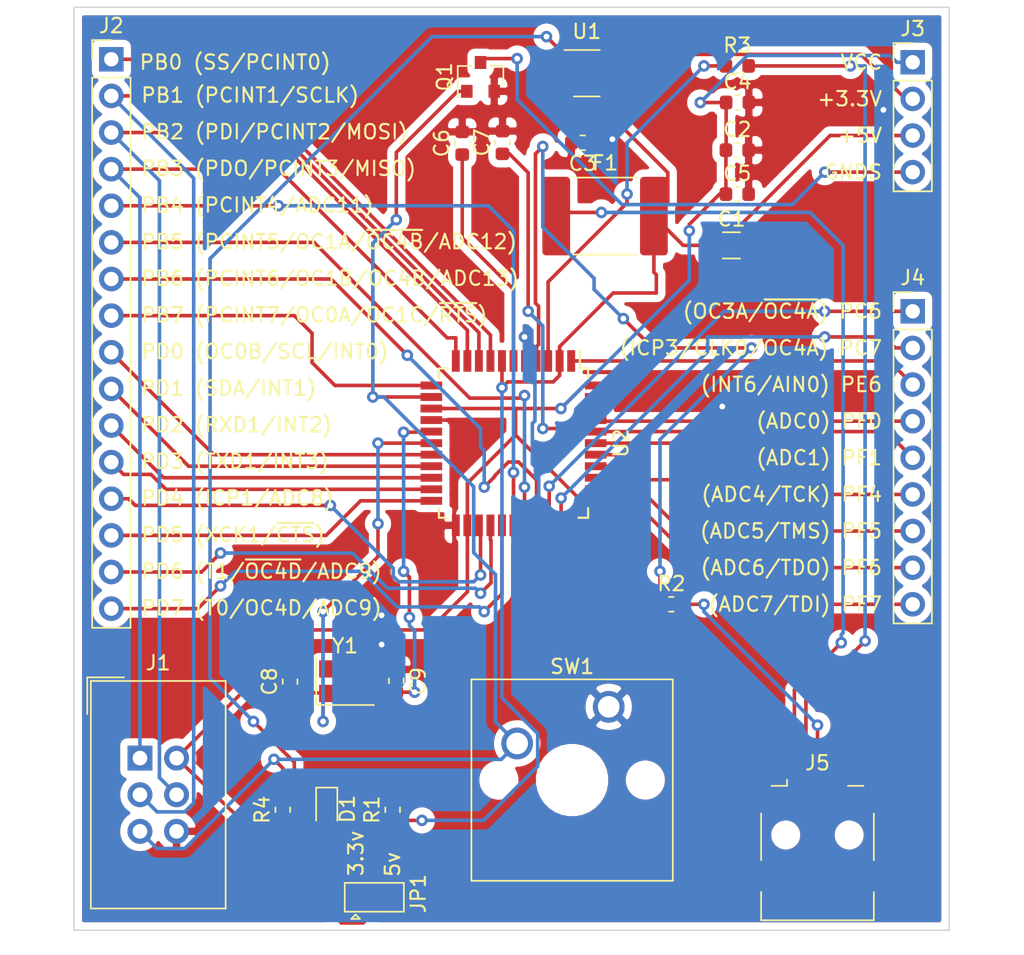
<source format=kicad_pcb>
(kicad_pcb (version 20171130) (host pcbnew "(5.1.5-0-10_14)")
  (layers (0 F.Cu signal) (31 B.Cu signal) (34 B.Paste user) (35 F.Paste user) (36 B.SilkS user) (37 F.SilkS user) (38 B.Mask user) (39 F.Mask user) (44 Edge.Cuts user))
  (net 0 "")
  (net 1 +5V)
  (net 2 GND)
  (net 3 VCC)
  (net 4 +3V3)
  (net 5 /UCAP)
  (net 6 /AREF)
  (net 7 "Net-(C8-Pad1)")
  (net 8 "Net-(C9-Pad1)")
  (net 9 "Net-(D1-Pad2)")
  (net 10 "Net-(F1-Pad1)")
  (net 11 /MISO)
  (net 12 /SCK)
  (net 13 /MOSI)
  (net 14 /RESET)
  (net 15 /PB0)
  (net 16 /PB4)
  (net 17 /PB5)
  (net 18 /PB6)
  (net 19 /PB7)
  (net 20 /PD0)
  (net 21 /PD1)
  (net 22 /PD2)
  (net 23 /PD3)
  (net 24 /PD4)
  (net 25 /PD5)
  (net 26 /PD6)
  (net 27 /PD7)
  (net 28 GNDS)
  (net 29 /PC6)
  (net 30 /PC7)
  (net 31 /PE6)
  (net 32 /PF0)
  (net 33 /PF1)
  (net 34 /PF4)
  (net 35 /PF5)
  (net 36 /PF6)
  (net 37 /PF7)
  (net 38 "Net-(J5-Pad2)")
  (net 39 "Net-(J5-Pad3)")
  (net 40 "Net-(J5-Pad6)")
  (net 41 "Net-(R2-Pad1)")
  (net 42 "Net-(R3-Pad1)")
  (module Resistor_SMD:R_0603_1608Metric (layer F.Cu) (at 114.808 133.8835 90)
    (fp_text reference R4 (at 0 -1.43 90) (layer F.SilkS))
    (fp_text value 10k)
    (pad 2 smd roundrect (at 0.7875 0 90) (size 0.875 0.95) (layers F.Cu F.Paste F.Mask) (net 14 /RESET))
    (pad 1 smd roundrect (at -0.7875 0 90) (size 0.875 0.95) (layers F.Cu F.Paste F.Mask) (net 3 VCC))
  )
  (module Capacitor_SMD:C_1206_3216Metric (layer F.Cu) (at 145.926 94.742)
    (fp_text reference C1 (at 0 -1.82) (layer F.SilkS))
    (fp_text value 10uF)
    (pad 1 smd roundrect (at -1.4 0) (size 1.25 1.75) (layers F.Cu F.Paste F.Mask) (roundrect_rratio 0.2) (net 1 +5V))
    (pad 2 smd roundrect (at 1.4 0) (size 1.25 1.75) (layers F.Cu F.Paste F.Mask) (roundrect_rratio 0.2) (net 2 GND))
  )
  (module Capacitor_SMD:C_0603_1608Metric (layer F.Cu) (at 146.3295 88.138)
    (fp_text reference C2 (at 0 -1.43) (layer F.SilkS))
    (fp_text value 0.1uF)
    (pad 2 smd roundrect (at 0.7875 0) (size 0.875 0.95) (layers F.Cu F.Paste F.Mask) (net 2 GND))
    (pad 1 smd roundrect (at -0.7875 0) (size 0.875 0.95) (layers F.Cu F.Paste F.Mask) (net 3 VCC))
  )
  (module Capacitor_SMD:C_0603_1608Metric (layer F.Cu) (at 135.6105 87.63 180)
    (fp_text reference C3 (at 0 -1.43) (layer F.SilkS))
    (fp_text value 1uF)
    (pad 1 smd roundrect (at -0.7875 0 180) (size 0.875 0.95) (layers F.Cu F.Paste F.Mask) (net 4 +3V3))
    (pad 2 smd roundrect (at 0.7875 0 180) (size 0.875 0.95) (layers F.Cu F.Paste F.Mask) (net 2 GND))
  )
  (module Capacitor_SMD:C_0603_1608Metric (layer F.Cu) (at 146.345001 84.829001)
    (fp_text reference C4 (at 0 -1.43) (layer F.SilkS))
    (fp_text value 0.1uF)
    (pad 1 smd roundrect (at -0.7875 0) (size 0.875 0.95) (layers F.Cu F.Paste F.Mask) (net 3 VCC))
    (pad 2 smd roundrect (at 0.7875 0) (size 0.875 0.95) (layers F.Cu F.Paste F.Mask) (net 2 GND))
  )
  (module Capacitor_SMD:C_0603_1608Metric (layer F.Cu) (at 146.3295 91.186)
    (fp_text reference C5 (at 0 -1.43) (layer F.SilkS))
    (fp_text value 0.1uF)
    (pad 2 smd roundrect (at 0.7875 0) (size 0.875 0.95) (layers F.Cu F.Paste F.Mask) (net 2 GND))
    (pad 1 smd roundrect (at -0.7875 0) (size 0.875 0.95) (layers F.Cu F.Paste F.Mask) (net 3 VCC))
  )
  (module Capacitor_SMD:C_0603_1608Metric (layer F.Cu) (at 127.254 87.6555 90)
    (fp_text reference C6 (at 0 -1.43 90) (layer F.SilkS))
    (fp_text value 1uF)
    (pad 1 smd roundrect (at -0.7875 0 90) (size 0.875 0.95) (layers F.Cu F.Paste F.Mask) (net 5 /UCAP))
    (pad 2 smd roundrect (at 0.7875 0 90) (size 0.875 0.95) (layers F.Cu F.Paste F.Mask) (net 2 GND))
  )
  (module Capacitor_SMD:C_0603_1608Metric (layer F.Cu) (at 130.048 87.6045 90)
    (fp_text reference C7 (at 0 -1.43 90) (layer F.SilkS))
    (fp_text value 0.1uF)
    (pad 2 smd roundrect (at 0.7875 0 90) (size 0.875 0.95) (layers F.Cu F.Paste F.Mask) (net 2 GND))
    (pad 1 smd roundrect (at -0.7875 0 90) (size 0.875 0.95) (layers F.Cu F.Paste F.Mask) (net 6 /AREF))
  )
  (module Capacitor_SMD:C_0603_1608Metric (layer F.Cu) (at 115.316 124.9935 90)
    (fp_text reference C8 (at 0 -1.43 90) (layer F.SilkS))
    (fp_text value 18pf)
    (pad 1 smd roundrect (at -0.7875 0 90) (size 0.875 0.95) (layers F.Cu F.Paste F.Mask) (net 7 "Net-(C8-Pad1)"))
    (pad 2 smd roundrect (at 0.7875 0 90) (size 0.875 0.95) (layers F.Cu F.Paste F.Mask) (net 2 GND))
  )
  (module Capacitor_SMD:C_0603_1608Metric (layer F.Cu) (at 122.682 124.9425 90)
    (fp_text reference C9 (at -0.0255 1.524 90) (layer F.SilkS))
    (fp_text value 18pf)
    (pad 2 smd roundrect (at 0.7875 0 90) (size 0.875 0.95) (layers F.Cu F.Paste F.Mask) (net 2 GND))
    (pad 1 smd roundrect (at -0.7875 0 90) (size 0.875 0.95) (layers F.Cu F.Paste F.Mask) (net 8 "Net-(C9-Pad1)"))
  )
  (module LED_SMD:LED_0603_1608Metric (layer F.Cu) (at 117.856 133.8325 270)
    (fp_text reference D1 (at 0 -1.43 90) (layer F.SilkS))
    (fp_text value LED)
    (pad 1 smd roundrect (at -0.7875 0 270) (size 0.875 0.95) (layers F.Cu F.Paste F.Mask) (net 2 GND))
    (pad 2 smd roundrect (at 0.7875 0 270) (size 0.875 0.95) (layers F.Cu F.Paste F.Mask) (net 9 "Net-(D1-Pad2)"))
  )
  (module Fuse:Fuse_2920_7451Metric (layer F.Cu) (at 137.16 92.71)
    (fp_text reference F1 (at 0 -3.68) (layer F.SilkS))
    (fp_text value Polyfuse_Small)
    (pad 1 smd roundrect (at -3.3875 0) (size 1.925 5.45) (layers F.Cu F.Paste F.Mask) (roundrect_rratio 0.12987) (net 10 "Net-(F1-Pad1)"))
    (pad 2 smd roundrect (at 3.3875 0) (size 1.925 5.45) (layers F.Cu F.Paste F.Mask) (roundrect_rratio 0.12987) (net 1 +5V))
  )
  (module Connector_IDC:IDC-Header_2x03_P2.54mm_Vertical (layer F.Cu) (at 104.902 130.302)
    (fp_text reference J1 (at 1.27 -6.604) (layer F.SilkS))
    (fp_text value AVR-ISP-6)
    (pad 1 thru_hole rect (at 0 0) (size 1.7272 1.7272) (drill 1.016) (layers *.Cu *.Mask) (net 11 /MISO))
    (pad 2 thru_hole oval (at 2.54 0) (size 1.7272 1.7272) (drill 1.016) (layers *.Cu *.Mask) (net 3 VCC))
    (pad 3 thru_hole oval (at 0 2.54) (size 1.7272 1.7272) (drill 1.016) (layers *.Cu *.Mask) (net 12 /SCK))
    (pad 4 thru_hole oval (at 2.54 2.54) (size 1.7272 1.7272) (drill 1.016) (layers *.Cu *.Mask) (net 13 /MOSI))
    (pad 5 thru_hole oval (at 0 5.08) (size 1.7272 1.7272) (drill 1.016) (layers *.Cu *.Mask) (net 14 /RESET))
    (pad 6 thru_hole oval (at 2.54 5.08) (size 1.7272 1.7272) (drill 1.016) (layers *.Cu *.Mask) (net 2 GND))
  )
  (module Connector_PinHeader_2.54mm:PinHeader_1x16_P2.54mm_Vertical (layer F.Cu) (at 102.917001 81.835001)
    (fp_text reference J2 (at 0 -2.33) (layer F.SilkS))
    (fp_text value Conn_01x16_Female)
    (pad 1 thru_hole rect (at 0 0) (size 1.7 1.7) (drill 1) (layers *.Cu *.Mask) (net 15 /PB0))
    (pad 2 thru_hole oval (at 0 2.54) (size 1.7 1.7) (drill 1) (layers *.Cu *.Mask) (net 12 /SCK))
    (pad 3 thru_hole oval (at 0 5.08) (size 1.7 1.7) (drill 1) (layers *.Cu *.Mask) (net 13 /MOSI))
    (pad 4 thru_hole oval (at 0 7.62) (size 1.7 1.7) (drill 1) (layers *.Cu *.Mask) (net 11 /MISO))
    (pad 5 thru_hole oval (at 0 10.16) (size 1.7 1.7) (drill 1) (layers *.Cu *.Mask) (net 16 /PB4))
    (pad 6 thru_hole oval (at 0 12.7) (size 1.7 1.7) (drill 1) (layers *.Cu *.Mask) (net 17 /PB5))
    (pad 7 thru_hole oval (at 0 15.24) (size 1.7 1.7) (drill 1) (layers *.Cu *.Mask) (net 18 /PB6))
    (pad 8 thru_hole oval (at 0 17.78) (size 1.7 1.7) (drill 1) (layers *.Cu *.Mask) (net 19 /PB7))
    (pad 9 thru_hole oval (at 0 20.32) (size 1.7 1.7) (drill 1) (layers *.Cu *.Mask) (net 20 /PD0))
    (pad 10 thru_hole oval (at 0 22.86) (size 1.7 1.7) (drill 1) (layers *.Cu *.Mask) (net 21 /PD1))
    (pad 11 thru_hole oval (at 0 25.4) (size 1.7 1.7) (drill 1) (layers *.Cu *.Mask) (net 22 /PD2))
    (pad 12 thru_hole oval (at 0 27.94) (size 1.7 1.7) (drill 1) (layers *.Cu *.Mask) (net 23 /PD3))
    (pad 13 thru_hole oval (at 0 30.48) (size 1.7 1.7) (drill 1) (layers *.Cu *.Mask) (net 24 /PD4))
    (pad 14 thru_hole oval (at 0 33.02) (size 1.7 1.7) (drill 1) (layers *.Cu *.Mask) (net 25 /PD5))
    (pad 15 thru_hole oval (at 0 35.56) (size 1.7 1.7) (drill 1) (layers *.Cu *.Mask) (net 26 /PD6))
    (pad 16 thru_hole oval (at 0 38.1) (size 1.7 1.7) (drill 1) (layers *.Cu *.Mask) (net 27 /PD7))
  )
  (module Connector_PinHeader_2.54mm:PinHeader_1x04_P2.54mm_Vertical (layer F.Cu) (at 158.496 82.042)
    (fp_text reference J3 (at 0 -2.33) (layer F.SilkS))
    (fp_text value Power)
    (pad 1 thru_hole rect (at 0 0) (size 1.7 1.7) (drill 1) (layers *.Cu *.Mask) (net 3 VCC))
    (pad 2 thru_hole oval (at 0 2.54) (size 1.7 1.7) (drill 1) (layers *.Cu *.Mask) (net 4 +3V3))
    (pad 3 thru_hole oval (at 0 5.08) (size 1.7 1.7) (drill 1) (layers *.Cu *.Mask) (net 1 +5V))
    (pad 4 thru_hole oval (at 0 7.62) (size 1.7 1.7) (drill 1) (layers *.Cu *.Mask) (net 28 GNDS))
  )
  (module Connector_PinHeader_2.54mm:PinHeader_1x09_P2.54mm_Vertical (layer F.Cu) (at 158.496 99.314)
    (fp_text reference J4 (at 0 -2.33) (layer F.SilkS))
    (fp_text value Conn_01x09_Female)
    (pad 1 thru_hole rect (at 0 0) (size 1.7 1.7) (drill 1) (layers *.Cu *.Mask) (net 29 /PC6))
    (pad 2 thru_hole oval (at 0 2.54) (size 1.7 1.7) (drill 1) (layers *.Cu *.Mask) (net 30 /PC7))
    (pad 3 thru_hole oval (at 0 5.08) (size 1.7 1.7) (drill 1) (layers *.Cu *.Mask) (net 31 /PE6))
    (pad 4 thru_hole oval (at 0 7.62) (size 1.7 1.7) (drill 1) (layers *.Cu *.Mask) (net 32 /PF0))
    (pad 5 thru_hole oval (at 0 10.16) (size 1.7 1.7) (drill 1) (layers *.Cu *.Mask) (net 33 /PF1))
    (pad 6 thru_hole oval (at 0 12.7) (size 1.7 1.7) (drill 1) (layers *.Cu *.Mask) (net 34 /PF4))
    (pad 7 thru_hole oval (at 0 15.24) (size 1.7 1.7) (drill 1) (layers *.Cu *.Mask) (net 35 /PF5))
    (pad 8 thru_hole oval (at 0 17.78) (size 1.7 1.7) (drill 1) (layers *.Cu *.Mask) (net 36 /PF6))
    (pad 9 thru_hole oval (at 0 20.32) (size 1.7 1.7) (drill 1) (layers *.Cu *.Mask) (net 37 /PF7))
  )
  (module Connector_USB:USB_Mini-B_Lumberg_2486_01_Horizontal (layer F.Cu) (at 151.892 135.636)
    (fp_text reference J5 (at 0 -5) (layer F.SilkS))
    (fp_text value USB_B_Mini)
    (pad 1 smd rect (at -1.6 -2.7) (size 0.5 2) (layers F.Cu F.Paste F.Mask) (net 10 "Net-(F1-Pad1)"))
    (pad 2 smd rect (at -0.8 -2.7) (size 0.5 2) (layers F.Cu F.Paste F.Mask) (net 38 "Net-(J5-Pad2)"))
    (pad 3 smd rect (at 0 -2.7) (size 0.5 2) (layers F.Cu F.Paste F.Mask) (net 39 "Net-(J5-Pad3)"))
    (pad 4 smd rect (at 0.8 -2.7) (size 0.5 2) (layers F.Cu F.Paste F.Mask))
    (pad 5 smd rect (at 1.6 -2.7) (size 0.5 2) (layers F.Cu F.Paste F.Mask) (net 2 GND))
    (pad 6 smd rect (at -4.45 -2.6) (size 2 1.7) (layers F.Cu F.Paste F.Mask) (net 40 "Net-(J5-Pad6)"))
    (pad 6 smd rect (at -4.45 2.85) (size 2 1.7) (layers F.Cu F.Paste F.Mask) (net 40 "Net-(J5-Pad6)"))
    (pad 6 smd rect (at 4.45 -2.6) (size 2 1.7) (layers F.Cu F.Paste F.Mask) (net 40 "Net-(J5-Pad6)"))
    (pad 6 smd rect (at 4.45 2.85) (size 2 1.7) (layers F.Cu F.Paste F.Mask) (net 40 "Net-(J5-Pad6)"))
    (pad "" np_thru_hole circle (at -2.2 0) (size 1 1) (drill 1) (layers *.Cu *.Mask))
    (pad "" np_thru_hole circle (at 2.2 0) (size 1 1) (drill 1) (layers *.Cu *.Mask))
  )
  (module Jumper:SolderJumper-3_P1.3mm_Open_Pad1.0x1.5mm (layer F.Cu) (at 121.158 139.954)
    (fp_text reference JP1 (at 3.048 -0.254 270) (layer F.SilkS))
    (fp_text value "Power Select Jumper")
    (pad 3 smd rect (at 1.3 0) (size 1 1.5) (layers F.Cu F.Mask) (net 1 +5V))
    (pad 2 smd rect (at 0 0) (size 1 1.5) (layers F.Cu F.Mask) (net 3 VCC))
    (pad 1 smd rect (at -1.3 0) (size 1 1.5) (layers F.Cu F.Mask) (net 4 +3V3))
  )
  (module Package_TO_SOT_SMD:SOT-23 (layer F.Cu) (at 128.524 83.058 90)
    (fp_text reference Q1 (at 0 -2.5 90) (layer F.SilkS))
    (fp_text value 2N7002)
    (pad 1 smd rect (at -1 -0.95 90) (size 0.9 0.8) (layers F.Cu F.Paste F.Mask) (net 14 /RESET))
    (pad 2 smd rect (at -1 0.95 90) (size 0.9 0.8) (layers F.Cu F.Paste F.Mask) (net 2 GND))
    (pad 3 smd rect (at 1 0 90) (size 0.9 0.8) (layers F.Cu F.Paste F.Mask) (net 28 GNDS))
  )
  (module Resistor_SMD:R_0603_1608Metric (layer F.Cu) (at 122.428 133.8835 90)
    (fp_text reference R1 (at 0 -1.43 90) (layer F.SilkS))
    (fp_text value 1k)
    (pad 1 smd roundrect (at -0.7875 0 90) (size 0.875 0.95) (layers F.Cu F.Paste F.Mask) (net 1 +5V))
    (pad 2 smd roundrect (at 0.7875 0 90) (size 0.875 0.95) (layers F.Cu F.Paste F.Mask) (net 9 "Net-(D1-Pad2)"))
  )
  (module Resistor_SMD:R_0603_1608Metric (layer F.Cu) (at 141.7575 119.634)
    (fp_text reference R2 (at 0 -1.43) (layer F.SilkS))
    (fp_text value 22)
    (pad 2 smd roundrect (at 0.7875 0) (size 0.875 0.95) (layers F.Cu F.Paste F.Mask) (net 39 "Net-(J5-Pad3)"))
    (pad 1 smd roundrect (at -0.7875 0) (size 0.875 0.95) (layers F.Cu F.Paste F.Mask) (net 41 "Net-(R2-Pad1)"))
  )
  (module Resistor_SMD:R_0603_1608Metric (layer F.Cu) (at 146.3295 82.296)
    (fp_text reference R3 (at 0 -1.43) (layer F.SilkS))
    (fp_text value 22)
    (pad 1 smd roundrect (at -0.7875 0) (size 0.875 0.95) (layers F.Cu F.Paste F.Mask) (net 42 "Net-(R3-Pad1)"))
    (pad 2 smd roundrect (at 0.7875 0) (size 0.875 0.95) (layers F.Cu F.Paste F.Mask) (net 38 "Net-(J5-Pad2)"))
  )
  (module Button_Switch_Keyboard:SW_Cherry_MX_1.00u_PCB (layer F.Cu) (at 137.414 126.746)
    (fp_text reference SW1 (at -2.54 -2.794) (layer F.SilkS))
    (fp_text value SW_SPST)
    (pad 1 thru_hole circle (at 0 0) (size 2.2 2.2) (drill 1.5) (layers *.Cu *.Mask) (net 2 GND))
    (pad 2 thru_hole circle (at -6.35 2.54) (size 2.2 2.2) (drill 1.5) (layers *.Cu *.Mask) (net 14 /RESET))
    (pad "" np_thru_hole circle (at -2.54 5.08) (size 4 4) (drill 4) (layers *.Cu *.Mask))
    (pad "" np_thru_hole circle (at -7.62 5.08) (size 1.7 1.7) (drill 1.7) (layers *.Cu *.Mask))
    (pad "" np_thru_hole circle (at 2.54 5.08) (size 1.7 1.7) (drill 1.7) (layers *.Cu *.Mask))
  )
  (module Package_TO_SOT_SMD:SOT-23-5 (layer F.Cu) (at 135.89 82.804)
    (fp_text reference U1 (at 0 -2.9) (layer F.SilkS))
    (fp_text value MIC5205-3.3YM5)
    (pad 1 smd rect (at -1.1 -0.95) (size 1.06 0.65) (layers F.Cu F.Paste F.Mask) (net 1 +5V))
    (pad 2 smd rect (at -1.1 0) (size 1.06 0.65) (layers F.Cu F.Paste F.Mask) (net 2 GND))
    (pad 3 smd rect (at -1.1 0.95) (size 1.06 0.65) (layers F.Cu F.Paste F.Mask) (net 1 +5V))
    (pad 4 smd rect (at 1.1 0.95) (size 1.06 0.65) (layers F.Cu F.Paste F.Mask))
    (pad 5 smd rect (at 1.1 -0.95) (size 1.06 0.65) (layers F.Cu F.Paste F.Mask) (net 4 +3V3))
  )
  (module Package_QFP:TQFP-44_10x10mm_P0.8mm (layer F.Cu) (at 130.81 108.458 270)
    (fp_text reference U2 (at 0 -7.45 90) (layer F.SilkS))
    (fp_text value ATmega32U4-AU)
    (pad 1 smd rect (at -5.7 -4 270) (size 1.5 0.55) (layers F.Cu F.Paste F.Mask) (net 31 /PE6))
    (pad 2 smd rect (at -5.7 -3.2 270) (size 1.5 0.55) (layers F.Cu F.Paste F.Mask) (net 1 +5V))
    (pad 3 smd rect (at -5.7 -2.4 270) (size 1.5 0.55) (layers F.Cu F.Paste F.Mask) (net 42 "Net-(R3-Pad1)"))
    (pad 4 smd rect (at -5.7 -1.6 270) (size 1.5 0.55) (layers F.Cu F.Paste F.Mask) (net 41 "Net-(R2-Pad1)"))
    (pad 5 smd rect (at -5.7 -0.8 270) (size 1.5 0.55) (layers F.Cu F.Paste F.Mask) (net 2 GND))
    (pad 6 smd rect (at -5.7 0 270) (size 1.5 0.55) (layers F.Cu F.Paste F.Mask) (net 5 /UCAP))
    (pad 7 smd rect (at -5.7 0.8 270) (size 1.5 0.55) (layers F.Cu F.Paste F.Mask) (net 1 +5V))
    (pad 8 smd rect (at -5.7 1.6 270) (size 1.5 0.55) (layers F.Cu F.Paste F.Mask) (net 15 /PB0))
    (pad 9 smd rect (at -5.7 2.4 270) (size 1.5 0.55) (layers F.Cu F.Paste F.Mask) (net 12 /SCK))
    (pad 10 smd rect (at -5.7 3.2 270) (size 1.5 0.55) (layers F.Cu F.Paste F.Mask) (net 13 /MOSI))
    (pad 11 smd rect (at -5.7 4 270) (size 1.5 0.55) (layers F.Cu F.Paste F.Mask) (net 11 /MISO))
    (pad 12 smd rect (at -4 5.7) (size 1.5 0.55) (layers F.Cu F.Paste F.Mask) (net 19 /PB7))
    (pad 13 smd rect (at -3.2 5.7) (size 1.5 0.55) (layers F.Cu F.Paste F.Mask) (net 14 /RESET))
    (pad 14 smd rect (at -2.4 5.7) (size 1.5 0.55) (layers F.Cu F.Paste F.Mask) (net 3 VCC))
    (pad 15 smd rect (at -1.6 5.7) (size 1.5 0.55) (layers F.Cu F.Paste F.Mask) (net 2 GND))
    (pad 16 smd rect (at -0.8 5.7) (size 1.5 0.55) (layers F.Cu F.Paste F.Mask) (net 8 "Net-(C9-Pad1)"))
    (pad 17 smd rect (at 0 5.7) (size 1.5 0.55) (layers F.Cu F.Paste F.Mask) (net 7 "Net-(C8-Pad1)"))
    (pad 18 smd rect (at 0.8 5.7) (size 1.5 0.55) (layers F.Cu F.Paste F.Mask) (net 20 /PD0))
    (pad 19 smd rect (at 1.6 5.7) (size 1.5 0.55) (layers F.Cu F.Paste F.Mask) (net 21 /PD1))
    (pad 20 smd rect (at 2.4 5.7) (size 1.5 0.55) (layers F.Cu F.Paste F.Mask) (net 22 /PD2))
    (pad 21 smd rect (at 3.2 5.7) (size 1.5 0.55) (layers F.Cu F.Paste F.Mask) (net 23 /PD3))
    (pad 22 smd rect (at 4 5.7) (size 1.5 0.55) (layers F.Cu F.Paste F.Mask) (net 25 /PD5))
    (pad 23 smd rect (at 5.7 4 270) (size 1.5 0.55) (layers F.Cu F.Paste F.Mask) (net 2 GND))
    (pad 24 smd rect (at 5.7 3.2 270) (size 1.5 0.55) (layers F.Cu F.Paste F.Mask) (net 3 VCC))
    (pad 25 smd rect (at 5.7 2.4 270) (size 1.5 0.55) (layers F.Cu F.Paste F.Mask) (net 24 /PD4))
    (pad 26 smd rect (at 5.7 1.6 270) (size 1.5 0.55) (layers F.Cu F.Paste F.Mask) (net 26 /PD6))
    (pad 27 smd rect (at 5.7 0.8 270) (size 1.5 0.55) (layers F.Cu F.Paste F.Mask) (net 27 /PD7))
    (pad 28 smd rect (at 5.7 0 270) (size 1.5 0.55) (layers F.Cu F.Paste F.Mask) (net 16 /PB4))
    (pad 29 smd rect (at 5.7 -0.8 270) (size 1.5 0.55) (layers F.Cu F.Paste F.Mask) (net 17 /PB5))
    (pad 30 smd rect (at 5.7 -1.6 270) (size 1.5 0.55) (layers F.Cu F.Paste F.Mask) (net 18 /PB6))
    (pad 31 smd rect (at 5.7 -2.4 270) (size 1.5 0.55) (layers F.Cu F.Paste F.Mask) (net 29 /PC6))
    (pad 32 smd rect (at 5.7 -3.2 270) (size 1.5 0.55) (layers F.Cu F.Paste F.Mask) (net 30 /PC7))
    (pad 33 smd rect (at 5.7 -4 270) (size 1.5 0.55) (layers F.Cu F.Paste F.Mask) (net 2 GND))
    (pad 34 smd rect (at 4 -5.7) (size 1.5 0.55) (layers F.Cu F.Paste F.Mask) (net 3 VCC))
    (pad 35 smd rect (at 3.2 -5.7) (size 1.5 0.55) (layers F.Cu F.Paste F.Mask) (net 2 GND))
    (pad 36 smd rect (at 2.4 -5.7) (size 1.5 0.55) (layers F.Cu F.Paste F.Mask) (net 37 /PF7))
    (pad 37 smd rect (at 1.6 -5.7) (size 1.5 0.55) (layers F.Cu F.Paste F.Mask) (net 36 /PF6))
    (pad 38 smd rect (at 0.8 -5.7) (size 1.5 0.55) (layers F.Cu F.Paste F.Mask) (net 35 /PF5))
    (pad 39 smd rect (at 0 -5.7) (size 1.5 0.55) (layers F.Cu F.Paste F.Mask) (net 34 /PF4))
    (pad 40 smd rect (at -0.8 -5.7) (size 1.5 0.55) (layers F.Cu F.Paste F.Mask) (net 33 /PF1))
    (pad 41 smd rect (at -1.6 -5.7) (size 1.5 0.55) (layers F.Cu F.Paste F.Mask) (net 32 /PF0))
    (pad 42 smd rect (at -2.4 -5.7) (size 1.5 0.55) (layers F.Cu F.Paste F.Mask) (net 6 /AREF))
    (pad 43 smd rect (at -3.2 -5.7) (size 1.5 0.55) (layers F.Cu F.Paste F.Mask) (net 2 GND))
    (pad 44 smd rect (at -4 -5.7) (size 1.5 0.55) (layers F.Cu F.Paste F.Mask) (net 3 VCC))
  )
  (module Crystal:Crystal_SMD_3225-4Pin_3.2x2.5mm (layer F.Cu) (at 119.126 124.968)
    (fp_text reference Y1 (at 0 -2.45) (layer F.SilkS))
    (fp_text value 16MHz)
    (pad 1 smd rect (at -1.1 0.85) (size 1.4 1.2) (layers F.Cu F.Paste F.Mask) (net 7 "Net-(C8-Pad1)"))
    (pad 2 smd rect (at 1.1 0.85) (size 1.4 1.2) (layers F.Cu F.Paste F.Mask) (net 8 "Net-(C9-Pad1)"))
    (pad 3 smd rect (at 1.1 -0.85) (size 1.4 1.2) (layers F.Cu F.Paste F.Mask))
    (pad 4 smd rect (at -1.1 -0.85) (size 1.4 1.2) (layers F.Cu F.Paste F.Mask))
  )
  (gr_line (start 161.036 78.232) (end 161.036 142.24) (layer Edge.Cuts) (width 0.1))
  (gr_line (start 100.33 78.232) (end 161.036 78.232) (layer Edge.Cuts) (width 0.1))
  (gr_line (start 100.33 142.24) (end 100.33 78.232) (layer Edge.Cuts) (width 0.1))
  (gr_line (start 161.036 142.24) (end 100.33 142.24) (layer Edge.Cuts) (width 0.1))
  (gr_text 5v (at 122.428 137.668 90) (layer F.SilkS) (effects (font (size 1 1))))
  (gr_text 3.3v (at 119.888 136.906 90) (layer F.SilkS) (effects (font (size 1 1))))
  (gr_text "(ADC7/TDI) PF7" (at 156.464 119.634) (layer F.SilkS) (effects (font (size 1 1)) (justify right)))
  (gr_text "(ADC6/TDO) PF6" (at 156.464 117.094) (layer F.SilkS) (effects (font (size 1 1)) (justify right)))
  (gr_text "(ADC5/TMS) PF5" (at 156.464 114.554) (layer F.SilkS) (effects (font (size 1 1)) (justify right)))
  (gr_text "(ADC4/TCK) PF4" (at 156.464 112.014) (layer F.SilkS) (effects (font (size 1 1)) (justify right)))
  (gr_text "(ADC1) PF1" (at 156.464 109.474) (layer F.SilkS) (effects (font (size 1 1)) (justify right)))
  (gr_text "(ADC0) PF0" (at 156.464 106.934) (layer F.SilkS) (effects (font (size 1 1)) (justify right)))
  (gr_text "(INT6/AIN0) PE6" (at 156.464 104.394) (layer F.SilkS) (effects (font (size 1 1)) (justify right)))
  (gr_text "(ICP3/CLK0/OC4A) PC7" (at 156.464 101.854) (layer F.SilkS) (effects (font (size 1 1)) (justify right)))
  (gr_text "(OC3A/~OC4A~) PC6" (at 156.464 99.314) (layer F.SilkS) (effects (font (size 1 1)) (justify right)))
  (gr_text GNDS (at 156.464 89.662) (layer F.SilkS) (effects (font (size 1 1)) (justify right)))
  (gr_text +5V (at 156.464 87.122) (layer F.SilkS) (effects (font (size 1 1)) (justify right)))
  (gr_text +3.3V (at 156.464 84.582) (layer F.SilkS) (effects (font (size 1 1)) (justify right)))
  (gr_text VCC (at 156.464 82.042) (layer F.SilkS) (effects (font (size 1 1)) (justify right)))
  (gr_text "PD7 (T0/OC4D/ADC9)" (at 104.902 119.888) (layer F.SilkS) (effects (font (size 1 1)) (justify left)))
  (gr_text "PD6 (T1/~OC4D~/ADC9)" (at 104.902 117.348) (layer F.SilkS) (effects (font (size 1 1)) (justify left)))
  (gr_text "PD5 (XCK1/~CTS~)" (at 104.902 114.808) (layer F.SilkS) (effects (font (size 1 1)) (justify left)))
  (gr_text "PD4 (ICP1/ADC8)" (at 104.902 112.268) (layer F.SilkS) (effects (font (size 1 1)) (justify left)))
  (gr_text "PD3 (TXD1/INT3)" (at 104.902 109.728) (layer F.SilkS) (effects (font (size 1 1)) (justify left)))
  (gr_text "PD2 (RXD1/INT2)" (at 104.902 107.188) (layer F.SilkS) (effects (font (size 1 1)) (justify left)))
  (gr_text "PD1 (SDA/INT1)" (at 104.902 104.648) (layer F.SilkS) (effects (font (size 1 1)) (justify left)))
  (gr_text "PD0 (OC0B/SCL/INT0)" (at 104.902 102.108) (layer F.SilkS) (effects (font (size 1 1)) (justify left)))
  (gr_text "PB7 (PCINT7/OC0A/OC1C/~RTS~)" (at 104.902 99.568) (layer F.SilkS) (effects (font (size 1 1)) (justify left)))
  (gr_text "PB6 (PCINT6/OC1B/OC4B/ADC13)" (at 104.902 97.028) (layer F.SilkS) (effects (font (size 1 1)) (justify left)))
  (gr_text "PB5 (PCINT5/OC1A/~OC4B~/ADC12)" (at 104.902 94.488) (layer F.SilkS) (effects (font (size 1 1)) (justify left)))
  (gr_text "PB4 (PCINT4/ADC11)" (at 104.902 91.948) (layer F.SilkS) (effects (font (size 1 1)) (justify left)))
  (gr_text "PB3 (PDO/PCINT3/MISO)" (at 104.902 89.408) (layer F.SilkS) (effects (font (size 1 1)) (justify left)))
  (gr_text "PB2 (PDI/PCINT2/MOSI)" (at 104.902 86.868) (layer F.SilkS) (effects (font (size 1 1)) (justify left)))
  (gr_text "PB0 (SS/PCINT0)" (at 111.506 82.042) (layer F.SilkS) (effects (font (size 1 1))))
  (gr_text "PB1 (PCINT1/SCLK)" (at 104.902 84.328) (layer F.SilkS) (effects (font (size 1 1)) (justify left)))
  (segment (start 122.458 134.701) (end 122.428 134.671) (width 0.25) (layer F.Cu) (net 1))
  (segment (start 122.458 139.954) (end 122.458 134.701) (width 0.25) (layer F.Cu) (net 1))
  (segment (start 130.01 102.758) (end 130.01 104.102) (width 0.25) (layer F.Cu) (net 1))
  (segment (start 130.01 104.102) (end 130.01 104.61) (width 0.25) (layer F.Cu) (net 1))
  (segment (start 130.01 104.61) (end 130.01 104.61) (width 0.25) (layer F.Cu) (net 1))
  (via (at 130.01 104.61) (size 0.8) (drill 0.4) (layers F.Cu B.Cu) (net 1))
  (segment (start 132.489001 128.601999) (end 132.489001 130.870001) (width 0.25) (layer B.Cu) (net 1))
  (segment (start 132.489001 130.870001) (end 128.739002 134.62) (width 0.25) (layer B.Cu) (net 1))
  (segment (start 130.01 126.122998) (end 132.489001 128.601999) (width 0.25) (layer B.Cu) (net 1))
  (segment (start 130.01 104.61) (end 130.01 126.122998) (width 0.25) (layer B.Cu) (net 1))
  (segment (start 128.739002 134.62) (end 124.46 134.62) (width 0.25) (layer B.Cu) (net 1))
  (segment (start 124.46 134.62) (end 124.46 134.62) (width 0.25) (layer B.Cu) (net 1))
  (via (at 124.46 134.62) (size 0.8) (drill 0.4) (layers F.Cu B.Cu) (net 1))
  (segment (start 122.479 134.62) (end 122.428 134.671) (width 0.25) (layer F.Cu) (net 1))
  (segment (start 124.46 134.62) (end 122.479 134.62) (width 0.25) (layer F.Cu) (net 1))
  (segment (start 134.01 101.758) (end 137.724 98.044) (width 0.25) (layer F.Cu) (net 1))
  (segment (start 134.01 102.758) (end 134.01 101.758) (width 0.25) (layer F.Cu) (net 1))
  (segment (start 137.724 98.044) (end 140.716 98.044) (width 0.25) (layer F.Cu) (net 1))
  (segment (start 140.716 98.044) (end 140.716 96.774) (width 0.25) (layer F.Cu) (net 1))
  (segment (start 140.5475 96.6055) (end 140.5475 92.71) (width 0.25) (layer F.Cu) (net 1))
  (segment (start 140.716 96.774) (end 140.5475 96.6055) (width 0.25) (layer F.Cu) (net 1))
  (segment (start 142.5795 94.742) (end 140.5475 92.71) (width 0.25) (layer F.Cu) (net 1))
  (segment (start 144.526 94.742) (end 142.5795 94.742) (width 0.25) (layer F.Cu) (net 1))
  (segment (start 156.785919 87.122) (end 157.988 87.122) (width 0.25) (layer F.Cu) (net 1))
  (segment (start 152.771 87.122) (end 156.785919 87.122) (width 0.25) (layer F.Cu) (net 1))
  (segment (start 145.151 94.742) (end 152.771 87.122) (width 0.25) (layer F.Cu) (net 1))
  (segment (start 144.526 94.742) (end 145.151 94.742) (width 0.25) (layer F.Cu) (net 1))
  (segment (start 135.57 83.754) (end 134.79 83.754) (width 0.25) (layer F.Cu) (net 1))
  (segment (start 141.51 89.694) (end 135.57 83.754) (width 0.25) (layer F.Cu) (net 1))
  (segment (start 141.51 91.7475) (end 141.51 89.694) (width 0.25) (layer F.Cu) (net 1))
  (segment (start 140.5475 92.71) (end 141.51 91.7475) (width 0.25) (layer F.Cu) (net 1))
  (segment (start 133.557999 104.210001) (end 130.409999 104.210001) (width 0.25) (layer F.Cu) (net 1))
  (segment (start 134.01 103.758) (end 133.557999 104.210001) (width 0.25) (layer F.Cu) (net 1))
  (segment (start 130.409999 104.210001) (end 130.01 104.61) (width 0.25) (layer F.Cu) (net 1))
  (segment (start 134.01 102.758) (end 134.01 103.758) (width 0.25) (layer F.Cu) (net 1))
  (segment (start 133.934999 81.929001) (end 133.934999 83.678999) (width 0.25) (layer F.Cu) (net 1))
  (segment (start 134.01 83.754) (end 134.79 83.754) (width 0.25) (layer F.Cu) (net 1))
  (segment (start 133.934999 83.678999) (end 134.01 83.754) (width 0.25) (layer F.Cu) (net 1))
  (segment (start 134.01 81.854) (end 133.934999 81.929001) (width 0.25) (layer F.Cu) (net 1))
  (segment (start 134.79 81.854) (end 134.01 81.854) (width 0.25) (layer F.Cu) (net 1))
  (segment (start 137.320002 111.658) (end 137.922 112.259998) (width 0.25) (layer F.Cu) (net 2))
  (segment (start 136.51 111.658) (end 137.320002 111.658) (width 0.25) (layer F.Cu) (net 2))
  (segment (start 137.922 112.259998) (end 137.922 112.776) (width 0.25) (layer F.Cu) (net 2))
  (segment (start 125.11 106.858) (end 126.67 106.858) (width 0.25) (layer F.Cu) (net 2))
  (segment (start 126.67 106.858) (end 126.746 106.934) (width 0.25) (layer F.Cu) (net 2))
  (via (at 145.288 105.918) (size 0.8) (drill 0.4) (layers F.Cu B.Cu) (net 2))
  (segment (start 144.628 105.258) (end 145.288 105.918) (width 0.25) (layer F.Cu) (net 2))
  (segment (start 136.51 105.258) (end 144.628 105.258) (width 0.25) (layer F.Cu) (net 2))
  (segment (start 131.61 102.758) (end 131.61 101.13) (width 0.25) (layer F.Cu) (net 2))
  (segment (start 131.61 101.13) (end 131.572 101.092) (width 0.25) (layer F.Cu) (net 2))
  (segment (start 131.572 101.092) (end 131.572 101.092) (width 0.25) (layer F.Cu) (net 2))
  (via (at 131.572 101.092) (size 0.8) (drill 0.4) (layers F.Cu B.Cu) (net 2))
  (segment (start 132.560794 110.339794) (end 132.560794 112.494794) (width 0.25) (layer B.Cu) (net 2))
  (segment (start 132.116999 109.895999) (end 132.560794 110.339794) (width 0.25) (layer B.Cu) (net 2))
  (segment (start 132.116999 107.093999) (end 132.116999 109.895999) (width 0.25) (layer B.Cu) (net 2))
  (segment (start 132.297001 106.913997) (end 132.116999 107.093999) (width 0.25) (layer B.Cu) (net 2))
  (segment (start 132.297001 101.817001) (end 132.297001 106.913997) (width 0.25) (layer B.Cu) (net 2))
  (segment (start 131.572 101.092) (end 132.297001 101.817001) (width 0.25) (layer B.Cu) (net 2))
  (segment (start 132.560794 112.494794) (end 132.842 112.776) (width 0.25) (layer B.Cu) (net 2))
  (via (at 121.666 120.396) (size 0.8) (drill 0.4) (layers F.Cu B.Cu) (net 2))
  (via (at 121.666 122.428) (size 0.8) (drill 0.4) (layers F.Cu B.Cu) (net 2))
  (segment (start 121.666 122.428) (end 121.666 120.396) (width 0.25) (layer B.Cu) (net 2))
  (segment (start 134.79 82.804) (end 138.43 82.804) (width 0.25) (layer F.Cu) (net 2))
  (via (at 137.668 87.376) (size 0.8) (drill 0.4) (layers F.Cu B.Cu) (net 2))
  (via (at 156.464 85.344) (size 0.8) (drill 0.4) (layers F.Cu B.Cu) (net 2))
  (segment (start 120.38 141.732) (end 121.158 140.954) (width 0.25) (layer F.Cu) (net 3))
  (segment (start 121.158 140.954) (end 121.158 139.954) (width 0.25) (layer F.Cu) (net 3))
  (segment (start 118.872 141.732) (end 120.38 141.732) (width 0.25) (layer F.Cu) (net 3))
  (segment (start 126.11 106.058) (end 125.11 106.058) (width 0.25) (layer F.Cu) (net 3))
  (segment (start 134.099998 106.058) (end 134.099998 106.058) (width 0.25) (layer F.Cu) (net 3))
  (segment (start 135.699998 104.458) (end 136.51 104.458) (width 0.25) (layer F.Cu) (net 3))
  (segment (start 135.51 112.458) (end 136.51 112.458) (width 0.25) (layer F.Cu) (net 3))
  (segment (start 130.95 107.898) (end 135.51 112.458) (width 0.25) (layer F.Cu) (net 3))
  (segment (start 130.95 106.058) (end 130.95 107.898) (width 0.25) (layer F.Cu) (net 3))
  (segment (start 125.11 106.058) (end 130.95 106.058) (width 0.25) (layer F.Cu) (net 3))
  (segment (start 130.95 106.058) (end 134.099998 106.058) (width 0.25) (layer F.Cu) (net 3))
  (segment (start 127.61 111.238) (end 127.61 114.158) (width 0.25) (layer F.Cu) (net 3))
  (segment (start 130.95 107.898) (end 127.61 111.238) (width 0.25) (layer F.Cu) (net 3))
  (segment (start 145.557501 88.122499) (end 145.542 88.138) (width 0.25) (layer F.Cu) (net 3))
  (segment (start 145.557501 84.829001) (end 145.557501 88.122499) (width 0.25) (layer F.Cu) (net 3))
  (segment (start 145.542 88.138) (end 145.542 91.186) (width 0.25) (layer F.Cu) (net 3))
  (segment (start 145.1045 91.186) (end 143.002 93.2885) (width 0.25) (layer F.Cu) (net 3))
  (segment (start 145.542 91.186) (end 145.1045 91.186) (width 0.25) (layer F.Cu) (net 3))
  (segment (start 143.002 93.2885) (end 143.002 93.726) (width 0.25) (layer F.Cu) (net 3))
  (segment (start 143.002 93.726) (end 143.002 93.726) (width 0.25) (layer F.Cu) (net 3))
  (via (at 143.002 93.726) (size 0.8) (drill 0.4) (layers F.Cu B.Cu) (net 3))
  (segment (start 134.099998 106.058) (end 135.699998 104.458) (width 0.25) (layer F.Cu) (net 3))
  (via (at 134.099998 106.058) (size 0.8) (drill 0.4) (layers F.Cu B.Cu) (net 3))
  (segment (start 143.002 97.155998) (end 134.099998 106.058) (width 0.25) (layer B.Cu) (net 3))
  (segment (start 143.002 93.726) (end 143.002 97.155998) (width 0.25) (layer B.Cu) (net 3))
  (segment (start 107.442 130.302) (end 116.332 121.412) (width 0.25) (layer F.Cu) (net 3))
  (segment (start 116.332 121.412) (end 124.968 121.412) (width 0.25) (layer F.Cu) (net 3))
  (segment (start 127.61 118.77) (end 127.61 114.158) (width 0.25) (layer F.Cu) (net 3))
  (segment (start 124.968 121.412) (end 127.61 118.77) (width 0.25) (layer F.Cu) (net 3))
  (segment (start 114.333 134.671) (end 113.284 135.72) (width 0.25) (layer F.Cu) (net 3))
  (segment (start 113.284 135.72) (end 113.284 135.89) (width 0.25) (layer F.Cu) (net 3))
  (segment (start 113.284 135.89) (end 118.872 141.732) (width 0.25) (layer F.Cu) (net 3))
  (segment (start 114.808 134.671) (end 114.333 134.671) (width 0.25) (layer F.Cu) (net 3))
  (segment (start 107.442 130.302) (end 113.284 135.89) (width 0.25) (layer F.Cu) (net 3))
  (segment (start 156.924999 81.570999) (end 147.029001 81.570999) (width 0.25) (layer B.Cu) (net 3))
  (segment (start 157.396 82.042) (end 156.924999 81.570999) (width 0.25) (layer B.Cu) (net 3))
  (segment (start 158.496 82.042) (end 157.396 82.042) (width 0.25) (layer B.Cu) (net 3))
  (segment (start 147.029001 81.570999) (end 143.764 84.836) (width 0.25) (layer B.Cu) (net 3))
  (segment (start 143.764 84.836) (end 143.764 84.836) (width 0.25) (layer B.Cu) (net 3))
  (via (at 143.764 84.836) (size 0.8) (drill 0.4) (layers F.Cu B.Cu) (net 3))
  (segment (start 145.550502 84.836) (end 145.557501 84.829001) (width 0.25) (layer F.Cu) (net 3))
  (segment (start 143.764 84.836) (end 145.550502 84.836) (width 0.25) (layer F.Cu) (net 3))
  (segment (start 154.90199 81.49599) (end 157.138001 83.732001) (width 0.25) (layer F.Cu) (net 4))
  (segment (start 138.12801 81.49599) (end 154.90199 81.49599) (width 0.25) (layer F.Cu) (net 4))
  (segment (start 157.138001 83.732001) (end 157.988 84.582) (width 0.25) (layer F.Cu) (net 4))
  (segment (start 137.77 81.854) (end 138.12801 81.49599) (width 0.25) (layer F.Cu) (net 4))
  (segment (start 136.99 81.854) (end 137.77 81.854) (width 0.25) (layer F.Cu) (net 4))
  (segment (start 136.914999 81.203999) (end 136.99 81.279) (width 0.25) (layer F.Cu) (net 4))
  (segment (start 134.023591 81.203999) (end 136.914999 81.203999) (width 0.25) (layer F.Cu) (net 4))
  (segment (start 133.484989 84.241989) (end 133.48499 81.7426) (width 0.25) (layer F.Cu) (net 4))
  (segment (start 133.48499 81.7426) (end 134.023591 81.203999) (width 0.25) (layer F.Cu) (net 4))
  (segment (start 136.398 87.155) (end 133.484989 84.241989) (width 0.25) (layer F.Cu) (net 4))
  (segment (start 136.99 81.279) (end 136.99 81.854) (width 0.25) (layer F.Cu) (net 4))
  (segment (start 136.398 87.63) (end 136.398 87.155) (width 0.25) (layer F.Cu) (net 4))
  (segment (start 115.60801 136.45401) (end 115.60801 130.59401) (width 0.25) (layer F.Cu) (net 4))
  (segment (start 119.108 139.954) (end 115.60801 136.45401) (width 0.25) (layer F.Cu) (net 4))
  (segment (start 119.858 139.954) (end 119.108 139.954) (width 0.25) (layer F.Cu) (net 4))
  (segment (start 115.60801 130.59401) (end 112.776 127.762) (width 0.25) (layer F.Cu) (net 4))
  (segment (start 112.776 127.762) (end 112.776 127.762) (width 0.25) (layer F.Cu) (net 4))
  (via (at 112.776 127.762) (size 0.8) (drill 0.4) (layers F.Cu B.Cu) (net 4))
  (segment (start 109.764999 95.663999) (end 125.164998 80.264) (width 0.25) (layer B.Cu) (net 4))
  (segment (start 109.764999 124.750999) (end 109.764999 95.663999) (width 0.25) (layer B.Cu) (net 4))
  (segment (start 112.776 127.762) (end 109.764999 124.750999) (width 0.25) (layer B.Cu) (net 4))
  (segment (start 125.164998 80.264) (end 133.096 80.264) (width 0.25) (layer B.Cu) (net 4))
  (segment (start 133.096 80.264) (end 133.096 80.264) (width 0.25) (layer B.Cu) (net 4))
  (via (at 133.096 80.264) (size 0.8) (drill 0.4) (layers F.Cu B.Cu) (net 4))
  (segment (start 134.023591 81.191591) (end 134.023591 81.203999) (width 0.25) (layer F.Cu) (net 4))
  (segment (start 133.096 80.264) (end 134.023591 81.191591) (width 0.25) (layer F.Cu) (net 4))
  (segment (start 130.81 102.758) (end 130.81 97.79) (width 0.25) (layer F.Cu) (net 5))
  (segment (start 127.254 94.234) (end 127.254 88.443) (width 0.25) (layer F.Cu) (net 5))
  (segment (start 130.81 97.79) (end 127.254 94.234) (width 0.25) (layer F.Cu) (net 5))
  (segment (start 130.523 88.392) (end 131.826 89.695) (width 0.25) (layer F.Cu) (net 6))
  (segment (start 130.048 88.392) (end 130.523 88.392) (width 0.25) (layer F.Cu) (net 6))
  (segment (start 131.826 89.695) (end 131.826 99.314) (width 0.25) (layer F.Cu) (net 6))
  (segment (start 131.826 99.314) (end 131.826 99.314) (width 0.25) (layer F.Cu) (net 6))
  (via (at 131.826 99.314) (size 0.8) (drill 0.4) (layers F.Cu B.Cu) (net 6))
  (segment (start 131.826 99.314) (end 132.842 100.33) (width 0.25) (layer B.Cu) (net 6))
  (segment (start 132.842 100.33) (end 132.842 107.442) (width 0.25) (layer B.Cu) (net 6))
  (segment (start 132.842 107.442) (end 132.842 107.442) (width 0.25) (layer B.Cu) (net 6))
  (via (at 132.842 107.442) (size 0.8) (drill 0.4) (layers F.Cu B.Cu) (net 6))
  (segment (start 135.699998 106.058) (end 136.51 106.058) (width 0.25) (layer F.Cu) (net 6))
  (segment (start 134.315998 107.442) (end 135.699998 106.058) (width 0.25) (layer F.Cu) (net 6))
  (segment (start 132.842 107.442) (end 134.315998 107.442) (width 0.25) (layer F.Cu) (net 6))
  (segment (start 117.989 125.781) (end 118.026 125.818) (width 0.25) (layer F.Cu) (net 7))
  (segment (start 115.316 125.781) (end 117.989 125.781) (width 0.25) (layer F.Cu) (net 7))
  (segment (start 125.11 108.458) (end 121.412 108.458) (width 0.25) (layer F.Cu) (net 7))
  (segment (start 121.412 108.458) (end 121.412 108.458) (width 0.25) (layer F.Cu) (net 7))
  (via (at 121.412 108.458) (size 0.8) (drill 0.4) (layers F.Cu B.Cu) (net 7))
  (segment (start 121.412 108.458) (end 121.412 114.046) (width 0.25) (layer B.Cu) (net 7))
  (segment (start 121.412 114.046) (end 121.412 114.046) (width 0.25) (layer B.Cu) (net 7))
  (via (at 121.412 114.046) (size 0.8) (drill 0.4) (layers F.Cu B.Cu) (net 7))
  (segment (start 121.412 114.046) (end 121.412 116.332) (width 0.25) (layer F.Cu) (net 7))
  (segment (start 121.412 116.332) (end 117.602 120.142) (width 0.25) (layer F.Cu) (net 7))
  (segment (start 117.602 120.142) (end 117.602 120.142) (width 0.25) (layer F.Cu) (net 7))
  (via (at 117.602 120.142) (size 0.8) (drill 0.4) (layers F.Cu B.Cu) (net 7))
  (segment (start 117.602 120.142) (end 117.602 127.762) (width 0.25) (layer B.Cu) (net 7))
  (segment (start 117.602 127.762) (end 117.602 127.762) (width 0.25) (layer B.Cu) (net 7))
  (via (at 117.602 127.762) (size 0.8) (drill 0.4) (layers F.Cu B.Cu) (net 7))
  (segment (start 117.602 126.242) (end 118.026 125.818) (width 0.25) (layer F.Cu) (net 7))
  (segment (start 117.602 127.762) (end 117.602 126.242) (width 0.25) (layer F.Cu) (net 7))
  (segment (start 124.11 107.658) (end 124.072 107.696) (width 0.25) (layer F.Cu) (net 8))
  (segment (start 125.11 107.658) (end 124.11 107.658) (width 0.25) (layer F.Cu) (net 8))
  (segment (start 124.072 107.696) (end 123.19 107.696) (width 0.25) (layer F.Cu) (net 8))
  (segment (start 123.19 107.696) (end 123.19 107.696) (width 0.25) (layer F.Cu) (net 8))
  (via (at 123.19 107.696) (size 0.8) (drill 0.4) (layers F.Cu B.Cu) (net 8))
  (segment (start 123.19 107.696) (end 123.19 117.348) (width 0.25) (layer B.Cu) (net 8))
  (segment (start 120.314 125.73) (end 120.226 125.818) (width 0.25) (layer F.Cu) (net 8))
  (segment (start 122.682 125.73) (end 120.314 125.73) (width 0.25) (layer F.Cu) (net 8))
  (segment (start 123.19 117.348) (end 123.19 117.348) (width 0.25) (layer B.Cu) (net 8))
  (via (at 123.19 117.348) (size 0.8) (drill 0.4) (layers F.Cu B.Cu) (net 8))
  (segment (start 123.589999 117.747999) (end 123.589999 120.541999) (width 0.25) (layer F.Cu) (net 8))
  (segment (start 123.19 117.348) (end 123.589999 117.747999) (width 0.25) (layer F.Cu) (net 8))
  (segment (start 123.589999 120.541999) (end 123.589999 120.541999) (width 0.25) (layer F.Cu) (net 8))
  (via (at 123.589999 120.541999) (size 0.8) (drill 0.4) (layers F.Cu B.Cu) (net 8))
  (segment (start 123.589999 121.107684) (end 123.952 121.469685) (width 0.25) (layer B.Cu) (net 8))
  (segment (start 123.589999 120.541999) (end 123.589999 121.107684) (width 0.25) (layer B.Cu) (net 8))
  (segment (start 123.952 121.469685) (end 123.952 125.73) (width 0.25) (layer B.Cu) (net 8))
  (segment (start 123.952 125.73) (end 123.952 125.73) (width 0.25) (layer B.Cu) (net 8))
  (via (at 123.952 125.73) (size 0.8) (drill 0.4) (layers F.Cu B.Cu) (net 8))
  (segment (start 122.682 125.73) (end 123.952 125.73) (width 0.25) (layer F.Cu) (net 8))
  (segment (start 120.904 134.62) (end 122.428 133.096) (width 0.25) (layer F.Cu) (net 9))
  (segment (start 117.856 134.62) (end 120.904 134.62) (width 0.25) (layer F.Cu) (net 9))
  (segment (start 150.292 132.428) (end 150.292 125.552) (width 0.25) (layer F.Cu) (net 10))
  (segment (start 150.292 125.552) (end 153.543 122.301) (width 0.25) (layer F.Cu) (net 10))
  (segment (start 153.543 122.301) (end 153.67 122.174) (width 0.25) (layer F.Cu) (net 10))
  (via (at 153.543 122.301) (size 0.8) (drill 0.4) (layers F.Cu B.Cu) (net 10))
  (segment (start 153.543 121.735315) (end 153.67 121.608315) (width 0.25) (layer B.Cu) (net 10))
  (segment (start 153.543 122.301) (end 153.543 121.735315) (width 0.25) (layer B.Cu) (net 10))
  (segment (start 153.67 121.608315) (end 153.67 99.510998) (width 0.25) (layer B.Cu) (net 10))
  (segment (start 153.67 99.510998) (end 153.67 94.742) (width 0.25) (layer B.Cu) (net 10))
  (segment (start 153.67 94.742) (end 151.384 92.456) (width 0.25) (layer B.Cu) (net 10))
  (segment (start 151.384 92.456) (end 136.906 92.456) (width 0.25) (layer B.Cu) (net 10))
  (segment (start 136.906 92.456) (end 136.906 92.456) (width 0.25) (layer B.Cu) (net 10))
  (via (at 136.906 92.456) (size 0.8) (drill 0.4) (layers F.Cu B.Cu) (net 10))
  (segment (start 134.0265 92.456) (end 133.7725 92.71) (width 0.25) (layer F.Cu) (net 10))
  (segment (start 136.906 92.456) (end 134.0265 92.456) (width 0.25) (layer F.Cu) (net 10))
  (segment (start 126.81 101.758) (end 126.81 102.758) (width 0.25) (layer F.Cu) (net 11))
  (segment (start 102.917001 89.455001) (end 114.507001 89.455001) (width 0.25) (layer F.Cu) (net 11))
  (segment (start 126.81 101.758) (end 126.81 101.156) (width 0.25) (layer F.Cu) (net 11))
  (segment (start 126.81 101.156) (end 126.81 101.156) (width 0.25) (layer F.Cu) (net 11))
  (segment (start 126.208 101.156) (end 114.507001 89.455001) (width 0.25) (layer F.Cu) (net 11))
  (segment (start 126.81 101.156) (end 126.208 101.156) (width 0.25) (layer F.Cu) (net 11))
  (segment (start 104.902 123.19) (end 104.902 123.064) (width 0.25) (layer B.Cu) (net 11))
  (segment (start 104.902 130.302) (end 104.902 123.19) (width 0.25) (layer B.Cu) (net 11))
  (segment (start 104.902 91.44) (end 102.917001 89.455001) (width 0.25) (layer B.Cu) (net 11))
  (segment (start 104.902 123.19) (end 104.902 91.44) (width 0.25) (layer B.Cu) (net 11))
  (segment (start 128.41 101.758) (end 128.41 102.758) (width 0.25) (layer F.Cu) (net 12))
  (segment (start 102.917001 84.375001) (end 111.027001 84.375001) (width 0.25) (layer F.Cu) (net 12))
  (segment (start 128.41 101.758) (end 128.41 101.232) (width 0.25) (layer F.Cu) (net 12))
  (segment (start 128.41 101.232) (end 128.41 101.232) (width 0.25) (layer F.Cu) (net 12))
  (segment (start 111.993096 84.375001) (end 111.027001 84.375001) (width 0.25) (layer F.Cu) (net 12))
  (segment (start 128.41 100.791905) (end 111.993096 84.375001) (width 0.25) (layer F.Cu) (net 12))
  (segment (start 128.41 101.232) (end 128.41 100.791905) (width 0.25) (layer F.Cu) (net 12))
  (segment (start 106.090601 134.030601) (end 108.012529 134.030601) (width 0.25) (layer B.Cu) (net 12))
  (segment (start 104.902 132.842) (end 106.090601 134.030601) (width 0.25) (layer B.Cu) (net 12))
  (segment (start 108.630601 90.088601) (end 103.767 85.225) (width 0.25) (layer B.Cu) (net 12))
  (segment (start 108.630601 133.412529) (end 108.630601 90.088601) (width 0.25) (layer B.Cu) (net 12))
  (segment (start 103.767 85.225) (end 102.917001 84.375001) (width 0.25) (layer B.Cu) (net 12))
  (segment (start 108.012529 134.030601) (end 108.630601 133.412529) (width 0.25) (layer B.Cu) (net 12))
  (segment (start 102.917001 86.915001) (end 112.767001 86.915001) (width 0.25) (layer F.Cu) (net 13))
  (segment (start 127.61 101.758) (end 127.61 101.194) (width 0.25) (layer F.Cu) (net 13))
  (segment (start 127.61 101.194) (end 127.61 101.194) (width 0.25) (layer F.Cu) (net 13))
  (segment (start 113.896686 86.915001) (end 112.767001 86.915001) (width 0.25) (layer F.Cu) (net 13))
  (segment (start 127.61 100.628315) (end 113.896686 86.915001) (width 0.25) (layer F.Cu) (net 13))
  (segment (start 127.61 101.194) (end 127.61 100.628315) (width 0.25) (layer F.Cu) (net 13))
  (segment (start 106.578401 131.978401) (end 107.442 132.842) (width 0.25) (layer B.Cu) (net 13))
  (segment (start 106.253399 131.653399) (end 106.578401 131.978401) (width 0.25) (layer B.Cu) (net 13))
  (segment (start 106.253399 123.116286) (end 106.253399 131.653399) (width 0.25) (layer B.Cu) (net 13))
  (segment (start 127.61 101.758) (end 127.61 102.758) (width 0.25) (layer F.Cu) (net 13))
  (segment (start 106.253399 90.251399) (end 102.87 86.868) (width 0.25) (layer B.Cu) (net 13))
  (segment (start 106.253399 123.116286) (end 106.253399 90.251399) (width 0.25) (layer B.Cu) (net 13))
  (segment (start 105.765599 136.245599) (end 104.902 135.382) (width 0.25) (layer B.Cu) (net 14))
  (segment (start 106.090601 136.570601) (end 105.765599 136.245599) (width 0.25) (layer B.Cu) (net 14))
  (segment (start 108.012529 136.570601) (end 106.090601 136.570601) (width 0.25) (layer B.Cu) (net 14))
  (segment (start 129.964001 130.385999) (end 114.197131 130.385999) (width 0.25) (layer B.Cu) (net 14))
  (segment (start 114.197131 130.385999) (end 114.197131 130.385999) (width 0.25) (layer B.Cu) (net 14))
  (segment (start 131.064 129.286) (end 129.964001 130.385999) (width 0.25) (layer B.Cu) (net 14))
  (segment (start 125.11 105.258) (end 121.056 105.258) (width 0.25) (layer F.Cu) (net 14))
  (segment (start 121.056 105.258) (end 121.056 105.258) (width 0.25) (layer F.Cu) (net 14))
  (via (at 121.056 105.258) (size 0.8) (drill 0.4) (layers F.Cu B.Cu) (net 14))
  (segment (start 121.056 105.258) (end 121.056 94.59) (width 0.25) (layer B.Cu) (net 14))
  (segment (start 121.056 94.59) (end 122.682 92.964) (width 0.25) (layer B.Cu) (net 14))
  (segment (start 122.682 92.964) (end 122.682 92.964) (width 0.25) (layer B.Cu) (net 14))
  (via (at 122.682 92.964) (size 0.8) (drill 0.4) (layers F.Cu B.Cu) (net 14))
  (segment (start 126.924 84.058) (end 127.574 84.058) (width 0.25) (layer F.Cu) (net 14))
  (segment (start 122.682 88.3) (end 126.924 84.058) (width 0.25) (layer F.Cu) (net 14))
  (segment (start 122.682 92.964) (end 122.682 88.3) (width 0.25) (layer F.Cu) (net 14))
  (segment (start 114.197131 130.385999) (end 108.012529 136.570601) (width 0.25) (layer B.Cu) (net 14))
  (via (at 114.197131 130.385999) (size 0.8) (drill 0.4) (layers F.Cu B.Cu) (net 14))
  (segment (start 114.808 130.996868) (end 114.197131 130.385999) (width 0.25) (layer F.Cu) (net 14))
  (segment (start 114.808 133.096) (end 114.808 130.996868) (width 0.25) (layer F.Cu) (net 14))
  (segment (start 129.55999 127.78199) (end 129.964001 128.186001) (width 0.25) (layer B.Cu) (net 14))
  (segment (start 129.55999 117.564988) (end 129.55999 127.78199) (width 0.25) (layer B.Cu) (net 14))
  (segment (start 128.052999 116.057997) (end 129.55999 117.564988) (width 0.25) (layer B.Cu) (net 14))
  (segment (start 128.052999 111.485997) (end 128.052999 116.057997) (width 0.25) (layer B.Cu) (net 14))
  (segment (start 121.825002 105.258) (end 128.052999 111.485997) (width 0.25) (layer B.Cu) (net 14))
  (segment (start 129.964001 128.186001) (end 131.064 129.286) (width 0.25) (layer B.Cu) (net 14))
  (segment (start 121.056 105.258) (end 121.825002 105.258) (width 0.25) (layer B.Cu) (net 14))
  (segment (start 129.21 101.758) (end 129.21 102.758) (width 0.25) (layer F.Cu) (net 15))
  (segment (start 129.21 100.955495) (end 129.21 101.758) (width 0.25) (layer F.Cu) (net 15))
  (segment (start 110.089506 81.835001) (end 129.21 100.955495) (width 0.25) (layer F.Cu) (net 15))
  (segment (start 102.917001 81.835001) (end 110.089506 81.835001) (width 0.25) (layer F.Cu) (net 15))
  (segment (start 102.917001 91.995001) (end 102.87 91.948) (width 0.25) (layer F.Cu) (net 16))
  (segment (start 102.917001 91.995001) (end 114.506999 91.995001) (width 0.25) (layer F.Cu) (net 16))
  (segment (start 114.506999 91.995001) (end 114.506999 91.995001) (width 0.25) (layer F.Cu) (net 16))
  (via (at 114.506999 91.995001) (size 0.8) (drill 0.4) (layers F.Cu B.Cu) (net 16))
  (segment (start 114.506999 91.995001) (end 129.079001 91.995001) (width 0.25) (layer B.Cu) (net 16))
  (segment (start 129.079001 91.995001) (end 130.81 93.726) (width 0.25) (layer B.Cu) (net 16))
  (segment (start 130.81 93.726) (end 130.81 110.49) (width 0.25) (layer B.Cu) (net 16))
  (segment (start 130.81 111.506) (end 130.81 114.158) (width 0.25) (layer F.Cu) (net 16))
  (via (at 130.81 110.49) (size 0.8) (drill 0.4) (layers F.Cu B.Cu) (net 16))
  (segment (start 130.81 111.506) (end 130.81 110.49) (width 0.25) (layer F.Cu) (net 16))
  (segment (start 127.776999 105.335001) (end 131.392999 105.335001) (width 0.25) (layer F.Cu) (net 17))
  (segment (start 116.976999 94.535001) (end 127.776999 105.335001) (width 0.25) (layer F.Cu) (net 17))
  (segment (start 102.917001 94.535001) (end 116.976999 94.535001) (width 0.25) (layer F.Cu) (net 17))
  (segment (start 131.392999 105.335001) (end 131.572 105.156) (width 0.25) (layer F.Cu) (net 17))
  (segment (start 131.572 105.156) (end 131.572 105.156) (width 0.25) (layer F.Cu) (net 17))
  (via (at 131.572 105.156) (size 0.8) (drill 0.4) (layers F.Cu B.Cu) (net 17))
  (segment (start 131.572 105.156) (end 131.572 111.506) (width 0.25) (layer B.Cu) (net 17))
  (segment (start 131.572 111.506) (end 131.572 111.506) (width 0.25) (layer B.Cu) (net 17))
  (via (at 131.572 111.506) (size 0.8) (drill 0.4) (layers F.Cu B.Cu) (net 17))
  (segment (start 131.572 114.12) (end 131.61 114.158) (width 0.25) (layer F.Cu) (net 17))
  (segment (start 131.572 111.506) (end 131.572 114.12) (width 0.25) (layer F.Cu) (net 17))
  (segment (start 102.917001 97.075001) (end 118.157001 97.075001) (width 0.25) (layer F.Cu) (net 18))
  (segment (start 118.157001 97.075001) (end 123.444 102.362) (width 0.25) (layer F.Cu) (net 18))
  (segment (start 123.444 102.362) (end 123.444 102.362) (width 0.25) (layer F.Cu) (net 18))
  (via (at 123.444 102.362) (size 0.8) (drill 0.4) (layers F.Cu B.Cu) (net 18))
  (segment (start 123.444 102.362) (end 128.524 107.442) (width 0.25) (layer B.Cu) (net 18))
  (segment (start 128.524 107.442) (end 128.524 108.712) (width 0.25) (layer B.Cu) (net 18))
  (segment (start 128.778 111.506) (end 128.778 111.506) (width 0.25) (layer F.Cu) (net 18))
  (via (at 128.778 111.506) (size 0.8) (drill 0.4) (layers F.Cu B.Cu) (net 18))
  (segment (start 128.778 108.966) (end 128.524 108.712) (width 0.25) (layer B.Cu) (net 18))
  (segment (start 128.778 111.506) (end 128.778 108.966) (width 0.25) (layer B.Cu) (net 18))
  (segment (start 129.503001 110.780999) (end 129.286 110.998) (width 0.25) (layer F.Cu) (net 18))
  (segment (start 130.461999 109.764999) (end 129.503001 110.723997) (width 0.25) (layer F.Cu) (net 18))
  (segment (start 129.286 110.998) (end 128.778 111.506) (width 0.25) (layer F.Cu) (net 18))
  (segment (start 129.503001 110.723997) (end 129.503001 110.780999) (width 0.25) (layer F.Cu) (net 18))
  (segment (start 131.158001 109.764999) (end 130.461999 109.764999) (width 0.25) (layer F.Cu) (net 18))
  (segment (start 132.41 111.016998) (end 131.158001 109.764999) (width 0.25) (layer F.Cu) (net 18))
  (segment (start 132.41 114.158) (end 132.41 111.016998) (width 0.25) (layer F.Cu) (net 18))
  (segment (start 125.11 104.458) (end 118.428 104.458) (width 0.25) (layer F.Cu) (net 19))
  (segment (start 118.428 104.458) (end 116.84 102.87) (width 0.25) (layer F.Cu) (net 19))
  (segment (start 116.84 102.87) (end 116.84 100.838) (width 0.25) (layer F.Cu) (net 19))
  (segment (start 115.617001 99.615001) (end 102.917001 99.615001) (width 0.25) (layer F.Cu) (net 19))
  (segment (start 116.84 100.838) (end 115.617001 99.615001) (width 0.25) (layer F.Cu) (net 19))
  (segment (start 110.02 109.258) (end 125.11 109.258) (width 0.25) (layer F.Cu) (net 20))
  (segment (start 102.917001 102.155001) (end 110.02 109.258) (width 0.25) (layer F.Cu) (net 20))
  (segment (start 108.28 110.058) (end 125.11 110.058) (width 0.25) (layer F.Cu) (net 21))
  (segment (start 102.917001 104.695001) (end 108.28 110.058) (width 0.25) (layer F.Cu) (net 21))
  (segment (start 106.54 110.858) (end 125.11 110.858) (width 0.25) (layer F.Cu) (net 22))
  (segment (start 102.917001 107.235001) (end 106.54 110.858) (width 0.25) (layer F.Cu) (net 22))
  (segment (start 106.70359 111.658) (end 124.11 111.658) (width 0.25) (layer F.Cu) (net 23))
  (segment (start 124.11 111.658) (end 125.11 111.658) (width 0.25) (layer F.Cu) (net 23))
  (segment (start 103.767 110.625) (end 105.67059 110.625) (width 0.25) (layer F.Cu) (net 23))
  (segment (start 105.67059 110.625) (end 106.70359 111.658) (width 0.25) (layer F.Cu) (net 23))
  (segment (start 102.917001 109.775001) (end 103.767 110.625) (width 0.25) (layer F.Cu) (net 23))
  (segment (start 104.119082 112.315001) (end 104.580081 112.776) (width 0.25) (layer F.Cu) (net 24))
  (segment (start 102.917001 112.315001) (end 104.119082 112.315001) (width 0.25) (layer F.Cu) (net 24))
  (segment (start 104.580081 112.776) (end 118.11 112.776) (width 0.25) (layer F.Cu) (net 24))
  (segment (start 118.11 112.776) (end 118.11 112.776) (width 0.25) (layer F.Cu) (net 24))
  (via (at 118.11 112.776) (size 0.8) (drill 0.4) (layers F.Cu B.Cu) (net 24))
  (segment (start 122.464999 117.130999) (end 122.464999 117.696001) (width 0.25) (layer B.Cu) (net 24))
  (segment (start 122.841999 118.073001) (end 126.274999 118.073001) (width 0.25) (layer B.Cu) (net 24))
  (segment (start 122.464999 117.696001) (end 122.841999 118.073001) (width 0.25) (layer B.Cu) (net 24))
  (segment (start 118.11 112.776) (end 122.464999 117.130999) (width 0.25) (layer B.Cu) (net 24))
  (segment (start 126.274999 118.073001) (end 128.052999 118.073001) (width 0.25) (layer B.Cu) (net 24))
  (segment (start 128.052999 118.073001) (end 128.27 117.856) (width 0.25) (layer B.Cu) (net 24))
  (segment (start 128.27 117.856) (end 128.524 117.602) (width 0.25) (layer B.Cu) (net 24))
  (segment (start 128.524 117.602) (end 128.524 117.602) (width 0.25) (layer B.Cu) (net 24))
  (via (at 128.524 117.602) (size 0.8) (drill 0.4) (layers F.Cu B.Cu) (net 24))
  (segment (start 128.524 114.272) (end 128.41 114.158) (width 0.25) (layer F.Cu) (net 24))
  (segment (start 128.524 117.602) (end 128.524 114.272) (width 0.25) (layer F.Cu) (net 24))
  (segment (start 120.206 112.458) (end 125.11 112.458) (width 0.25) (layer F.Cu) (net 25))
  (segment (start 117.808999 114.855001) (end 120.206 112.458) (width 0.25) (layer F.Cu) (net 25))
  (segment (start 102.917001 114.855001) (end 117.808999 114.855001) (width 0.25) (layer F.Cu) (net 25))
  (segment (start 102.917001 117.395001) (end 109.172999 117.395001) (width 0.25) (layer F.Cu) (net 26))
  (segment (start 109.172999 117.395001) (end 110.49 116.078) (width 0.25) (layer F.Cu) (net 26))
  (segment (start 110.49 116.078) (end 110.49 116.078) (width 0.25) (layer F.Cu) (net 26))
  (via (at 110.49 116.078) (size 0.8) (drill 0.4) (layers F.Cu B.Cu) (net 26))
  (segment (start 110.49 116.078) (end 119.634 116.078) (width 0.25) (layer B.Cu) (net 26))
  (segment (start 122.079011 118.523011) (end 128.175011 118.523011) (width 0.25) (layer B.Cu) (net 26))
  (segment (start 119.634 116.078) (end 122.079011 118.523011) (width 0.25) (layer B.Cu) (net 26))
  (segment (start 128.175011 118.523011) (end 128.524 118.872) (width 0.25) (layer B.Cu) (net 26))
  (segment (start 128.524 118.872) (end 128.524 118.872) (width 0.25) (layer B.Cu) (net 26))
  (via (at 128.524 118.872) (size 0.8) (drill 0.4) (layers F.Cu B.Cu) (net 26))
  (segment (start 129.21 115.158) (end 129.21 114.158) (width 0.25) (layer F.Cu) (net 26))
  (segment (start 129.249001 115.197001) (end 129.21 115.158) (width 0.25) (layer F.Cu) (net 26))
  (segment (start 129.249001 118.146999) (end 129.249001 115.197001) (width 0.25) (layer F.Cu) (net 26))
  (segment (start 128.524 118.872) (end 129.249001 118.146999) (width 0.25) (layer F.Cu) (net 26))
  (segment (start 102.917001 119.935001) (end 108.918999 119.935001) (width 0.25) (layer F.Cu) (net 27))
  (segment (start 108.918999 119.935001) (end 110.49 118.364) (width 0.25) (layer F.Cu) (net 27))
  (segment (start 110.49 118.364) (end 110.49 118.364) (width 0.25) (layer F.Cu) (net 27))
  (via (at 110.49 118.364) (size 0.8) (drill 0.4) (layers F.Cu B.Cu) (net 27))
  (segment (start 110.49 118.364) (end 111.506 117.348) (width 0.25) (layer B.Cu) (net 27))
  (segment (start 120.26759 117.348) (end 122.736588 119.816998) (width 0.25) (layer B.Cu) (net 27))
  (segment (start 122.736588 119.816998) (end 128.452998 119.816998) (width 0.25) (layer B.Cu) (net 27))
  (segment (start 111.506 117.348) (end 120.26759 117.348) (width 0.25) (layer B.Cu) (net 27))
  (segment (start 128.452998 119.816998) (end 128.778 120.142) (width 0.25) (layer B.Cu) (net 27))
  (segment (start 128.778 120.142) (end 128.778 120.142) (width 0.25) (layer B.Cu) (net 27))
  (via (at 128.778 120.142) (size 0.8) (drill 0.4) (layers F.Cu B.Cu) (net 27))
  (segment (start 130.01 118.91) (end 130.01 114.158) (width 0.25) (layer F.Cu) (net 27))
  (segment (start 128.778 120.142) (end 130.01 118.91) (width 0.25) (layer F.Cu) (net 27))
  (segment (start 158.496 89.662) (end 152.4 89.662) (width 0.25) (layer F.Cu) (net 28))
  (segment (start 152.4 89.662) (end 152.4 89.662) (width 0.25) (layer F.Cu) (net 28))
  (via (at 152.4 89.662) (size 0.8) (drill 0.4) (layers F.Cu B.Cu) (net 28))
  (segment (start 138.335999 91.911001) (end 131.064 84.639002) (width 0.25) (layer B.Cu) (net 28))
  (segment (start 150.150999 91.911001) (end 138.335999 91.911001) (width 0.25) (layer B.Cu) (net 28))
  (segment (start 152.4 89.662) (end 150.150999 91.911001) (width 0.25) (layer B.Cu) (net 28))
  (segment (start 131.064 84.639002) (end 131.064 81.788) (width 0.25) (layer B.Cu) (net 28))
  (segment (start 131.064 81.788) (end 131.064 81.788) (width 0.25) (layer B.Cu) (net 28))
  (via (at 131.064 81.788) (size 0.8) (drill 0.4) (layers F.Cu B.Cu) (net 28))
  (segment (start 128.794 81.788) (end 128.524 82.058) (width 0.25) (layer F.Cu) (net 28))
  (segment (start 131.064 81.788) (end 128.794 81.788) (width 0.25) (layer F.Cu) (net 28))
  (segment (start 158.496 99.314) (end 152.4 99.314) (width 0.25) (layer F.Cu) (net 29))
  (segment (start 152.4 99.314) (end 152.4 99.314) (width 0.25) (layer F.Cu) (net 29))
  (via (at 152.4 99.314) (size 0.8) (drill 0.4) (layers F.Cu B.Cu) (net 29))
  (segment (start 145.41359 99.314) (end 133.285795 111.441795) (width 0.25) (layer B.Cu) (net 29))
  (segment (start 152.4 99.314) (end 145.41359 99.314) (width 0.25) (layer B.Cu) (net 29))
  (segment (start 133.285795 111.441795) (end 133.22159 111.506) (width 0.25) (layer B.Cu) (net 29))
  (via (at 133.285795 111.441795) (size 0.8) (drill 0.4) (layers F.Cu B.Cu) (net 29))
  (segment (start 133.285795 114.082205) (end 133.21 114.158) (width 0.25) (layer F.Cu) (net 29))
  (segment (start 133.285795 111.441795) (end 133.285795 114.082205) (width 0.25) (layer F.Cu) (net 29))
  (segment (start 157.293919 101.854) (end 156.531919 101.092) (width 0.25) (layer F.Cu) (net 30))
  (segment (start 158.496 101.854) (end 157.293919 101.854) (width 0.25) (layer F.Cu) (net 30))
  (segment (start 156.531919 101.092) (end 152.4 101.092) (width 0.25) (layer F.Cu) (net 30))
  (segment (start 152.4 101.092) (end 152.4 101.092) (width 0.25) (layer F.Cu) (net 30))
  (via (at 152.4 101.092) (size 0.8) (drill 0.4) (layers F.Cu B.Cu) (net 30))
  (segment (start 152.4 101.092) (end 144.272 101.092) (width 0.25) (layer B.Cu) (net 30))
  (segment (start 144.272 101.092) (end 144.272 102.108) (width 0.25) (layer B.Cu) (net 30))
  (segment (start 144.272 102.108) (end 134.112 112.268) (width 0.25) (layer B.Cu) (net 30))
  (segment (start 134.112 112.268) (end 134.112 112.268) (width 0.25) (layer B.Cu) (net 30))
  (via (at 134.112 112.268) (size 0.8) (drill 0.4) (layers F.Cu B.Cu) (net 30))
  (segment (start 134.112 114.056) (end 134.01 114.158) (width 0.25) (layer F.Cu) (net 30))
  (segment (start 134.112 112.268) (end 134.112 114.056) (width 0.25) (layer F.Cu) (net 30))
  (segment (start 156.86 102.758) (end 134.81 102.758) (width 0.25) (layer F.Cu) (net 31))
  (segment (start 158.496 104.394) (end 156.86 102.758) (width 0.25) (layer F.Cu) (net 31))
  (segment (start 136.586 106.934) (end 136.51 106.858) (width 0.25) (layer F.Cu) (net 32))
  (segment (start 158.496 106.934) (end 136.586 106.934) (width 0.25) (layer F.Cu) (net 32))
  (segment (start 156.68 107.658) (end 136.51 107.658) (width 0.25) (layer F.Cu) (net 33))
  (segment (start 158.496 109.474) (end 156.68 107.658) (width 0.25) (layer F.Cu) (net 33))
  (segment (start 158.496 112.014) (end 146.05 112.014) (width 0.25) (layer F.Cu) (net 34))
  (segment (start 142.494 108.458) (end 136.51 108.458) (width 0.25) (layer F.Cu) (net 34))
  (segment (start 146.05 112.014) (end 142.494 108.458) (width 0.25) (layer F.Cu) (net 34))
  (segment (start 158.496 114.554) (end 146.05 114.554) (width 0.25) (layer F.Cu) (net 35))
  (segment (start 137.83441 109.258) (end 137.51 109.258) (width 0.25) (layer F.Cu) (net 35))
  (segment (start 139.57441 110.998) (end 137.83441 109.258) (width 0.25) (layer F.Cu) (net 35))
  (segment (start 137.51 109.258) (end 136.51 109.258) (width 0.25) (layer F.Cu) (net 35))
  (segment (start 142.494 110.998) (end 139.57441 110.998) (width 0.25) (layer F.Cu) (net 35))
  (segment (start 146.05 114.554) (end 142.494 110.998) (width 0.25) (layer F.Cu) (net 35))
  (segment (start 158.496 117.094) (end 145.034 117.094) (width 0.25) (layer F.Cu) (net 36))
  (segment (start 137.998 110.058) (end 136.51 110.058) (width 0.25) (layer F.Cu) (net 36))
  (segment (start 145.034 117.094) (end 137.998 110.058) (width 0.25) (layer F.Cu) (net 36))
  (segment (start 158.496 119.634) (end 146.304 119.634) (width 0.25) (layer F.Cu) (net 37))
  (segment (start 137.528 110.858) (end 136.51 110.858) (width 0.25) (layer F.Cu) (net 37))
  (segment (start 146.304 119.634) (end 137.528 110.858) (width 0.25) (layer F.Cu) (net 37))
  (segment (start 151.092 132.428) (end 151.092 126.276) (width 0.25) (layer F.Cu) (net 38))
  (segment (start 151.092 126.276) (end 155.194 122.174) (width 0.25) (layer F.Cu) (net 38))
  (segment (start 155.194 122.174) (end 155.194 122.174) (width 0.25) (layer F.Cu) (net 38))
  (via (at 155.194 122.174) (size 0.8) (drill 0.4) (layers F.Cu B.Cu) (net 38))
  (segment (start 155.194 122.174) (end 155.194 82.296) (width 0.25) (layer B.Cu) (net 38))
  (segment (start 147.117 82.296) (end 154.178 82.296) (width 0.25) (layer F.Cu) (net 38))
  (segment (start 154.178 82.296) (end 154.178 82.296) (width 0.25) (layer F.Cu) (net 38))
  (via (at 154.178 82.296) (size 0.8) (drill 0.4) (layers F.Cu B.Cu) (net 38))
  (segment (start 155.194 82.296) (end 154.178 82.296) (width 0.25) (layer B.Cu) (net 38))
  (segment (start 151.892 132.428) (end 151.892 128.016) (width 0.25) (layer F.Cu) (net 39))
  (segment (start 151.892 128.016) (end 151.892 128.016) (width 0.25) (layer F.Cu) (net 39))
  (via (at 151.892 128.016) (size 0.8) (drill 0.4) (layers F.Cu B.Cu) (net 39))
  (segment (start 151.892 128.016) (end 144.018 120.142) (width 0.25) (layer B.Cu) (net 39))
  (segment (start 144.018 120.142) (end 144.018 119.634) (width 0.25) (layer B.Cu) (net 39))
  (segment (start 144.018 119.634) (end 144.018 119.634) (width 0.25) (layer B.Cu) (net 39))
  (via (at 144.018 119.634) (size 0.8) (drill 0.4) (layers F.Cu B.Cu) (net 39))
  (segment (start 144.018 119.634) (end 142.545 119.634) (width 0.25) (layer F.Cu) (net 39))
  (segment (start 140.97 119.634) (end 140.97 117.348) (width 0.25) (layer F.Cu) (net 41))
  (segment (start 140.97 117.348) (end 140.97 117.348) (width 0.25) (layer F.Cu) (net 41))
  (via (at 140.97 117.348) (size 0.8) (drill 0.4) (layers F.Cu B.Cu) (net 41))
  (segment (start 140.97 117.348) (end 140.97 108.204) (width 0.25) (layer B.Cu) (net 41))
  (segment (start 140.97 108.204) (end 147.32 101.854) (width 0.25) (layer B.Cu) (net 41))
  (segment (start 147.32 101.854) (end 147.32 101.854) (width 0.25) (layer B.Cu) (net 41))
  (via (at 147.32 101.854) (size 0.8) (drill 0.4) (layers F.Cu B.Cu) (net 41))
  (segment (start 147.32 101.854) (end 140.462 101.854) (width 0.25) (layer F.Cu) (net 41))
  (segment (start 140.462 101.854) (end 138.43 99.822) (width 0.25) (layer F.Cu) (net 41))
  (segment (start 138.43 99.822) (end 138.43 99.822) (width 0.25) (layer F.Cu) (net 41))
  (via (at 138.43 99.822) (size 0.8) (drill 0.4) (layers F.Cu B.Cu) (net 41))
  (segment (start 138.43 99.822) (end 136.398 97.79) (width 0.25) (layer B.Cu) (net 41))
  (segment (start 136.398 97.79) (end 136.398 97.028) (width 0.25) (layer B.Cu) (net 41))
  (segment (start 136.398 97.028) (end 132.842 93.472) (width 0.25) (layer B.Cu) (net 41))
  (segment (start 132.842 93.472) (end 132.842 87.884) (width 0.25) (layer B.Cu) (net 41))
  (segment (start 132.842 87.884) (end 132.842 87.884) (width 0.25) (layer B.Cu) (net 41))
  (via (at 132.842 87.884) (size 0.8) (drill 0.4) (layers F.Cu B.Cu) (net 41))
  (segment (start 132.41 101.758) (end 132.41 102.758) (width 0.25) (layer F.Cu) (net 41))
  (segment (start 132.551001 98.965999) (end 132.551001 101.616999) (width 0.25) (layer F.Cu) (net 41))
  (segment (start 132.334 98.748998) (end 132.551001 98.965999) (width 0.25) (layer F.Cu) (net 41))
  (segment (start 132.334 88.392) (end 132.334 98.748998) (width 0.25) (layer F.Cu) (net 41))
  (segment (start 132.551001 101.616999) (end 132.41 101.758) (width 0.25) (layer F.Cu) (net 41))
  (segment (start 132.842 87.884) (end 132.334 88.392) (width 0.25) (layer F.Cu) (net 41))
  (segment (start 133.21 97.27319) (end 138.684 91.79919) (width 0.25) (layer F.Cu) (net 42))
  (segment (start 133.21 102.758) (end 133.21 97.27319) (width 0.25) (layer F.Cu) (net 42))
  (segment (start 138.684 91.79919) (end 138.684 91.186) (width 0.25) (layer F.Cu) (net 42))
  (segment (start 138.684 91.186) (end 138.684 91.186) (width 0.25) (layer F.Cu) (net 42))
  (via (at 138.684 91.186) (size 0.8) (drill 0.4) (layers F.Cu B.Cu) (net 42))
  (segment (start 138.684 91.186) (end 138.684 89.154) (width 0.25) (layer B.Cu) (net 42))
  (segment (start 138.684 89.154) (end 138.684 87.63) (width 0.25) (layer B.Cu) (net 42))
  (segment (start 138.684 87.63) (end 144.018 82.296) (width 0.25) (layer B.Cu) (net 42))
  (segment (start 144.018 82.296) (end 144.018 82.296) (width 0.25) (layer B.Cu) (net 42))
  (via (at 144.018 82.296) (size 0.8) (drill 0.4) (layers F.Cu B.Cu) (net 42))
  (segment (start 144.018 82.296) (end 145.542 82.296) (width 0.25) (layer F.Cu) (net 42))
  (zone (net 2) (net_name GND) (layer F.Cu) (connect_pads (clearance 0.508)) (min_thickness 0.254) (fill yes (arc_segments 32) (thermal_gap 0.508) (thermal_bridge_width 0.508))
    (polygon (pts (xy 161.798 142.748) (xy 100.076 142.748) (xy 100.076 77.978) (xy 161.544 77.978)))
  )
  (zone (net 2) (net_name GND) (layer B.Cu) (connect_pads (clearance 0.508)) (min_thickness 0.254) (fill yes (arc_segments 32) (thermal_gap 0.508) (thermal_bridge_width 0.508))
    (polygon (pts (xy 162.052 143.002) (xy 100.076 142.748) (xy 100.076 77.978) (xy 161.544 77.724)))
  )
)
</source>
